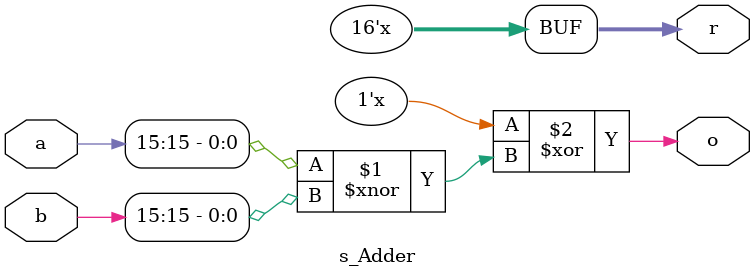
<source format=v>
`timescale 1ns / 1ps
module s_Adder(
    input [15:0] a,
    input [15:0] b,
    output o,			// 1 if overflow
    output reg [15:0] r	// a+b
    );
	 
	 assign o = r[15]^(a[15]~^b[15]);
	 
	 reg[16:0] sum;
	 
	 always@(*) begin
		sum <= a+b;
		r   <= sum[15:0];
	 end
	 
endmodule

</source>
